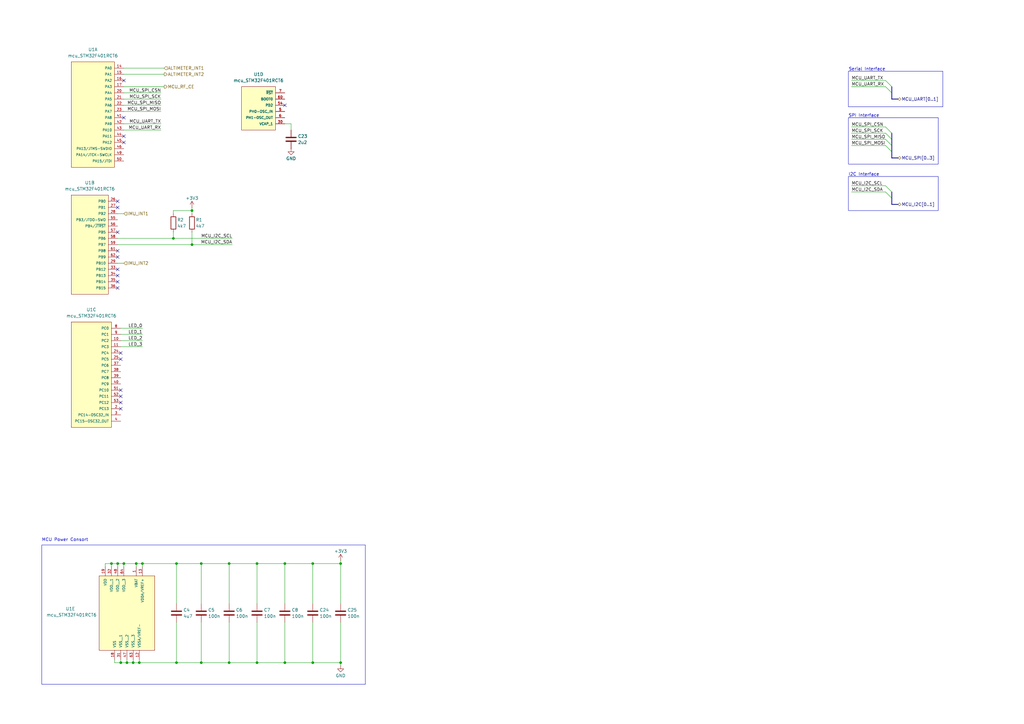
<source format=kicad_sch>
(kicad_sch (version 20250114) (generator "eeschema") (generator_version "9.0")
  (paper "A3")
  (lib_symbols
    (symbol "Device:C" (pin_numbers (hide yes)) (pin_names (offset 0.254))
      (property "Reference" "C" (at 0.635 2.54 0))
      (property "Value" "C" (at 0.635 -2.54 0))
      (symbol "C_0_1"
        (polyline (pts (xy -2.032 0.762) (xy 2.032 0.762)) (stroke (width 0.508)))
        (polyline (pts (xy -2.032 -0.762) (xy 2.032 -0.762)) (stroke (width 0.508)))
      )
      (symbol "C_1_1"
        (pin passive line (at 0 3.81 270) (length 2.794) (name "~") (number "1"))
        (pin passive line (at 0 -3.81 90) (length 2.794) (name "~") (number "2"))
      )
    )
    (symbol "Device:R" (pin_numbers (hide yes)) (pin_names (offset 0))
      (property "Reference" "R" (at 2.032 0 90))
      (property "Value" "R" (at 0 0 90))
      (symbol "R_0_1"
        (rectangle (start -1.016 -2.54) (end 1.016 2.54) (stroke (width 0.254)))
      )
      (symbol "R_1_1"
        (pin passive line (at 0 3.81 270) (length 1.27) (name "~") (number "1"))
        (pin passive line (at 0 -3.81 90) (length 1.27) (name "~") (number "2"))
      )
    )
    (symbol "hagzey_symbols:mcu_STM32F401RCT6" (pin_names (offset 1.016))
      (property "Reference" "U" (at -12.954 54.864 0))
      (property "Value" "mcu_STM32F401RCT6" (at -21.844 52.578 0))
      (symbol "mcu_STM32F401RCT6_1_0"
        (pin bidirectional line (at 1.27 48.26 180) (length 3.81) (name "PA0") (number "14"))
        (pin bidirectional line (at 1.27 45.72 180) (length 3.81) (name "PA1") (number "15"))
        (pin bidirectional line (at 1.27 43.18 180) (length 3.81) (name "PA2") (number "16"))
        (pin bidirectional line (at 1.27 40.64 180) (length 3.81) (name "PA3") (number "17"))
        (pin bidirectional line (at 1.27 38.1 180) (length 3.81) (name "PA4") (number "20"))
        (pin bidirectional line (at 1.27 35.56 180) (length 3.81) (name "PA5") (number "21"))
        (pin bidirectional line (at 1.27 33.02 180) (length 3.81) (name "PA6") (number "22"))
        (pin bidirectional line (at 1.27 30.48 180) (length 3.81) (name "PA7") (number "23"))
        (pin bidirectional line (at 1.27 27.94 180) (length 3.81) (name "PA8") (number "41"))
        (pin bidirectional line (at 1.27 25.4 180) (length 3.81) (name "PA9") (number "42"))
        (pin bidirectional line (at 1.27 22.86 180) (length 3.81) (name "PA10") (number "43"))
        (pin bidirectional line (at 1.27 20.32 180) (length 3.81) (name "PA11") (number "44"))
        (pin bidirectional line (at 1.27 17.78 180) (length 3.81) (name "PA12") (number "45"))
        (pin bidirectional line (at 1.27 15.24 180) (length 3.81) (name "PA13/JTMS-SWDIO") (number "46"))
        (pin bidirectional line (at 1.27 12.7 180) (length 3.81) (name "PA14/JTCK-SWCLK") (number "49"))
        (pin bidirectional line (at 1.27 10.16 180) (length 3.81) (name "PA15/JTDI") (number "50"))
      )
      (symbol "mcu_STM32F401RCT6_1_1"
        (rectangle (start -20.32 50.8) (end -2.54 7.62) (fill (type background)))
      )
      (symbol "mcu_STM32F401RCT6_2_0"
        (pin bidirectional line (at 0 48.26 180) (length 3.81) (name "PB0") (number "26"))
        (pin bidirectional line (at 0 45.72 180) (length 3.81) (name "PB1") (number "27"))
        (pin bidirectional line (at 0 43.18 180) (length 3.81) (name "PB2") (number "28"))
        (pin bidirectional line (at 0 40.64 180) (length 3.81) (name "PB3/JTDO-SWO") (number "55"))
        (pin bidirectional line (at 0 38.1 180) (length 3.81) (name "PB4/~{JTRST}") (number "56"))
        (pin bidirectional line (at 0 35.56 180) (length 3.81) (name "PB5") (number "57"))
        (pin bidirectional line (at 0 33.02 180) (length 3.81) (name "PB6") (number "58"))
        (pin bidirectional line (at 0 30.48 180) (length 3.81) (name "PB7") (number "59"))
        (pin bidirectional line (at 0 27.94 180) (length 3.81) (name "PB8") (number "61"))
        (pin bidirectional line (at 0 25.4 180) (length 3.81) (name "PB9") (number "62"))
        (pin bidirectional line (at 0 22.86 180) (length 3.81) (name "PB10") (number "29"))
        (pin bidirectional line (at 0 20.32 180) (length 3.81) (name "PB12") (number "33"))
        (pin bidirectional line (at 0 17.78 180) (length 3.81) (name "PB13") (number "34"))
        (pin bidirectional line (at 0 15.24 180) (length 3.81) (name "PB14") (number "35"))
        (pin bidirectional line (at 0 12.7 180) (length 3.81) (name "PB15") (number "36"))
      )
      (symbol "mcu_STM32F401RCT6_2_1"
        (rectangle (start -19.05 50.8) (end -3.81 10.16) (fill (type background)))
      )
      (symbol "mcu_STM32F401RCT6_3_0"
        (pin bidirectional line (at 0 48.26 180) (length 3.81) (name "PC0") (number "8"))
        (pin bidirectional line (at 0 45.72 180) (length 3.81) (name "PC1") (number "9"))
        (pin bidirectional line (at 0 43.18 180) (length 3.81) (name "PC2") (number "10"))
        (pin bidirectional line (at 0 40.64 180) (length 3.81) (name "PC3") (number "11"))
        (pin bidirectional line (at 0 38.1 180) (length 3.81) (name "PC4") (number "24"))
        (pin bidirectional line (at 0 35.56 180) (length 3.81) (name "PC5") (number "25"))
        (pin bidirectional line (at 0 33.02 180) (length 3.81) (name "PC6") (number "37"))
        (pin bidirectional line (at 0 30.48 180) (length 3.81) (name "PC7") (number "38"))
        (pin bidirectional line (at 0 27.94 180) (length 3.81) (name "PC8") (number "39"))
        (pin bidirectional line (at 0 25.4 180) (length 3.81) (name "PC9") (number "40"))
        (pin bidirectional line (at 0 22.86 180) (length 3.81) (name "PC10") (number "51"))
        (pin bidirectional line (at 0 20.32 180) (length 3.81) (name "PC11") (number "52"))
        (pin bidirectional line (at 0 17.78 180) (length 3.81) (name "PC12") (number "53"))
        (pin bidirectional line (at 0 15.24 180) (length 3.81) (name "PC13") (number "2"))
        (pin bidirectional line (at 0 12.7 180) (length 3.81) (name "PC14-OSC32_IN") (number "3"))
        (pin bidirectional line (at 0 10.16 180) (length 3.81) (name "PC15-OSC32_OUT") (number "4"))
      )
      (symbol "mcu_STM32F401RCT6_3_1"
        (rectangle (start -20.32 50.8) (end -3.81 7.62) (fill (type background)))
      )
      (symbol "mcu_STM32F401RCT6_4_0"
        (pin bidirectional line (at -1.27 48.26 180) (length 3.81) (name "~{RST}") (number "7"))
        (pin input line (at -1.27 45.72 180) (length 3.81) (name "BOOT0") (number "60"))
        (pin bidirectional line (at -1.27 43.18 180) (length 3.81) (name "PD2") (number "54"))
        (pin bidirectional line (at -1.27 40.64 180) (length 3.81) (name "PH0-OSC_IN") (number "5"))
        (pin bidirectional line (at -1.27 38.1 180) (length 3.81) (name "PH1-OSC_OUT") (number "6"))
        (pin power_in line (at -1.27 35.56 180) (length 3.81) (name "VCAP_1") (number "30"))
      )
      (symbol "mcu_STM32F401RCT6_4_1"
        (rectangle (start -19.05 50.8) (end -5.08 33.02) (fill (type background)))
      )
      (symbol "mcu_STM32F401RCT6_5_0"
        (pin power_in line (at 2.54 54.61 270) (length 3.81) (name "VDD") (number "19"))
        (pin power_in line (at 5.08 54.61 270) (length 3.81) (name "VDD__1") (number "32"))
        (pin power_in line (at 6.35 16.51 90) (length 3.81) (name "VSS") (number "18"))
        (pin power_in line (at 7.62 54.61 270) (length 3.81) (name "VDD__2") (number "48"))
        (pin power_in line (at 8.89 16.51 90) (length 3.81) (name "VSS__1") (number "31"))
        (pin power_in line (at 10.16 54.61 270) (length 3.81) (name "VDD__3") (number "64"))
        (pin power_in line (at 11.43 16.51 90) (length 3.81) (name "VSS__2") (number "47"))
        (pin power_in line (at 13.97 16.51 90) (length 3.81) (name "VSS__3") (number "63"))
        (pin power_in line (at 15.24 54.61 270) (length 3.81) (name "VBAT") (number "1"))
        (pin power_in line (at 16.51 16.51 90) (length 3.81) (name "VSSA/VREF-") (number "12"))
        (pin power_in line (at 17.78 54.61 270) (length 3.81) (name "VDDA/VREF+") (number "13"))
      )
      (symbol "mcu_STM32F401RCT6_5_1"
        (rectangle (start 0 50.8) (end 22.86 20.32) (fill (type background)))
      )
    )
    (symbol "power:+3V3" (power) (pin_numbers (hide yes)) (pin_names (offset 0) (hide yes))
      (property "Value" "+3V3" (at 0 3.556 0))
      (symbol "+3V3_0_1"
        (polyline (pts (xy -0.762 1.27) (xy 0 2.54)))
        (polyline (pts (xy 0 2.54) (xy 0.762 1.27)))
        (polyline (pts (xy 0 0) (xy 0 2.54)))
      )
      (symbol "+3V3_1_1"
        (pin power_in line (at 0 0 90) (length 0) (name "~") (number "1"))
      )
    )
    (symbol "power:GND" (power) (pin_numbers (hide yes)) (pin_names (offset 0) (hide yes))
      (property "Value" "GND" (at 0 -3.81 0))
      (symbol "GND_0_1"
        (polyline (pts (xy 0 0) (xy 0 -1.27) (xy 1.27 -1.27) (xy 0 -2.54) (xy -1.27 -1.27) (xy 0 -1.27)))
      )
      (symbol "GND_1_1"
        (pin power_in line (at 0 0 270) (length 0) (name "~") (number "1"))
      )
    )
  )
  (rectangle (start 347.98 29.21) (end 386.715 43.815))
  (rectangle (start 347.98 72.39) (end 384.81 86.36))
  (rectangle (start 17.145 223.52) (end 149.86 280.67))
  (rectangle (start 347.98 48.26) (end 384.81 67.31))
  (text "Serial Interface" (at 355.6 28.448 0) (effects (font (size 1.27 1.27))))
  (text "MCU Power Consort" (at 26.67 221.488 0) (effects (font (size 1.27 1.27))))
  (text "SPI Interface" (at 354.33 47.498 0) (effects (font (size 1.27 1.27))))
  (text "I2C Interface" (at 354.33 71.628 0) (effects (font (size 1.27 1.27))))
  (junction (at 93.98 231.14))
  (junction (at 78.74 100.33))
  (junction (at 50.8 231.14))
  (junction (at 128.27 231.14))
  (junction (at 58.42 231.14))
  (junction (at 82.55 271.78))
  (junction (at 139.7 231.14))
  (junction (at 116.84 271.78))
  (junction (at 139.7 271.78))
  (junction (at 49.53 271.78))
  (junction (at 45.72 231.14))
  (junction (at 52.07 271.78))
  (junction (at 116.84 231.14))
  (junction (at 105.41 271.78))
  (junction (at 72.39 271.78))
  (junction (at 71.12 97.79))
  (junction (at 54.61 271.78))
  (junction (at 78.74 86.36))
  (junction (at 48.26 231.14))
  (junction (at 82.55 231.14))
  (junction (at 93.98 271.78))
  (junction (at 55.88 231.14))
  (junction (at 105.41 231.14))
  (junction (at 72.39 231.14))
  (junction (at 57.15 271.78))
  (junction (at 128.27 271.78))
  (no_connect (at 48.26 82.55))
  (no_connect (at 48.26 95.25))
  (no_connect (at 48.26 102.87))
  (no_connect (at 49.53 147.32))
  (no_connect (at 48.26 118.11))
  (no_connect (at 48.26 115.57))
  (no_connect (at 116.84 43.18))
  (no_connect (at 48.26 105.41))
  (no_connect (at 50.8 55.88))
  (no_connect (at 49.53 167.64))
  (no_connect (at 50.8 33.02))
  (no_connect (at 50.8 48.26))
  (no_connect (at 49.53 144.78))
  (no_connect (at 48.26 85.09))
  (no_connect (at 49.53 165.1))
  (no_connect (at 50.8 58.42))
  (no_connect (at 49.53 160.02))
  (no_connect (at 49.53 162.56))
  (no_connect (at 48.26 113.03))
  (no_connect (at 48.26 110.49))
  (bus_entry (at 363.22 78.74) (size 2.54 2.54))
  (bus_entry (at 363.22 59.69) (size 2.54 2.54))
  (bus_entry (at 363.22 57.15) (size 2.54 2.54))
  (bus_entry (at 363.22 76.2) (size 2.54 2.54))
  (bus_entry (at 363.22 35.56) (size 2.54 2.54))
  (bus_entry (at 363.22 52.07) (size 2.54 2.54))
  (bus_entry (at 363.22 54.61) (size 2.54 2.54))
  (bus_entry (at 363.22 33.02) (size 2.54 2.54))
  (wire (pts (xy 128.27 231.14) (xy 128.27 247.65)))
  (wire (pts (xy 48.26 231.14) (xy 45.72 231.14)))
  (wire (pts (xy 349.25 35.56) (xy 363.22 35.56)))
  (wire (pts (xy 93.98 231.14) (xy 93.98 247.65)))
  (wire (pts (xy 82.55 255.27) (xy 82.55 271.78)))
  (wire (pts (xy 349.25 76.2) (xy 363.22 76.2)))
  (wire (pts (xy 72.39 271.78) (xy 82.55 271.78)))
  (wire (pts (xy 72.39 255.27) (xy 72.39 271.78)))
  (wire (pts (xy 50.8 30.48) (xy 67.31 30.48)))
  (wire (pts (xy 50.8 43.18) (xy 66.04 43.18)))
  (wire (pts (xy 116.84 271.78) (xy 128.27 271.78)))
  (bus (pts (xy 365.76 57.15) (xy 365.76 59.69)))
  (wire (pts (xy 46.99 271.78) (xy 49.53 271.78)))
  (wire (pts (xy 116.84 231.14) (xy 116.84 247.65)))
  (wire (pts (xy 48.26 107.95) (xy 50.8 107.95)))
  (wire (pts (xy 128.27 255.27) (xy 128.27 271.78)))
  (wire (pts (xy 58.42 231.14) (xy 58.42 232.41)))
  (wire (pts (xy 139.7 231.14) (xy 139.7 247.65)))
  (wire (pts (xy 58.42 231.14) (xy 55.88 231.14)))
  (wire (pts (xy 48.26 100.33) (xy 78.74 100.33)))
  (wire (pts (xy 93.98 271.78) (xy 105.41 271.78)))
  (wire (pts (xy 48.26 97.79) (xy 71.12 97.79)))
  (wire (pts (xy 49.53 137.16) (xy 58.42 137.16)))
  (wire (pts (xy 139.7 229.87) (xy 139.7 231.14)))
  (wire (pts (xy 105.41 255.27) (xy 105.41 271.78)))
  (wire (pts (xy 52.07 271.78) (xy 54.61 271.78)))
  (wire (pts (xy 93.98 255.27) (xy 93.98 271.78)))
  (wire (pts (xy 116.84 255.27) (xy 116.84 271.78)))
  (wire (pts (xy 50.8 35.56) (xy 67.31 35.56)))
  (wire (pts (xy 78.74 86.36) (xy 78.74 87.63)))
  (wire (pts (xy 50.8 27.94) (xy 67.31 27.94)))
  (wire (pts (xy 50.8 38.1) (xy 66.04 38.1)))
  (wire (pts (xy 116.84 50.8) (xy 119.38 50.8)))
  (wire (pts (xy 43.18 231.14) (xy 43.18 232.41)))
  (wire (pts (xy 71.12 86.36) (xy 78.74 86.36)))
  (wire (pts (xy 82.55 231.14) (xy 93.98 231.14)))
  (bus (pts (xy 365.76 81.28) (xy 365.76 83.82)))
  (bus (pts (xy 365.76 64.77) (xy 368.3 64.77)))
  (wire (pts (xy 48.26 231.14) (xy 48.26 232.41)))
  (wire (pts (xy 48.26 87.63) (xy 50.8 87.63)))
  (bus (pts (xy 365.76 59.69) (xy 365.76 62.23)))
  (wire (pts (xy 50.8 45.72) (xy 66.04 45.72)))
  (wire (pts (xy 128.27 271.78) (xy 139.7 271.78)))
  (wire (pts (xy 57.15 270.51) (xy 57.15 271.78)))
  (bus (pts (xy 365.76 40.64) (xy 368.3 40.64)))
  (wire (pts (xy 54.61 270.51) (xy 54.61 271.78)))
  (wire (pts (xy 71.12 97.79) (xy 71.12 95.25)))
  (bus (pts (xy 365.76 38.1) (xy 365.76 40.64)))
  (wire (pts (xy 82.55 271.78) (xy 93.98 271.78)))
  (wire (pts (xy 49.53 271.78) (xy 52.07 271.78)))
  (wire (pts (xy 78.74 100.33) (xy 95.25 100.33)))
  (wire (pts (xy 139.7 271.78) (xy 139.7 273.05)))
  (wire (pts (xy 71.12 87.63) (xy 71.12 86.36)))
  (wire (pts (xy 72.39 231.14) (xy 72.39 247.65)))
  (bus (pts (xy 365.76 54.61) (xy 365.76 57.15)))
  (wire (pts (xy 78.74 100.33) (xy 78.74 95.25)))
  (wire (pts (xy 72.39 231.14) (xy 82.55 231.14)))
  (wire (pts (xy 49.53 134.62) (xy 58.42 134.62)))
  (wire (pts (xy 139.7 255.27) (xy 139.7 271.78)))
  (wire (pts (xy 49.53 139.7) (xy 58.42 139.7)))
  (wire (pts (xy 139.7 231.14) (xy 128.27 231.14)))
  (wire (pts (xy 349.25 33.02) (xy 363.22 33.02)))
  (wire (pts (xy 50.8 53.34) (xy 66.04 53.34)))
  (wire (pts (xy 105.41 231.14) (xy 105.41 247.65)))
  (wire (pts (xy 49.53 270.51) (xy 49.53 271.78)))
  (wire (pts (xy 45.72 231.14) (xy 45.72 232.41)))
  (wire (pts (xy 50.8 50.8) (xy 66.04 50.8)))
  (wire (pts (xy 349.25 52.07) (xy 363.22 52.07)))
  (wire (pts (xy 93.98 231.14) (xy 105.41 231.14)))
  (wire (pts (xy 55.88 231.14) (xy 55.88 232.41)))
  (bus (pts (xy 365.76 83.82) (xy 368.3 83.82)))
  (wire (pts (xy 71.12 97.79) (xy 95.25 97.79)))
  (wire (pts (xy 349.25 59.69) (xy 363.22 59.69)))
  (wire (pts (xy 349.25 78.74) (xy 363.22 78.74)))
  (wire (pts (xy 78.74 85.09) (xy 78.74 86.36)))
  (wire (pts (xy 50.8 40.64) (xy 66.04 40.64)))
  (wire (pts (xy 128.27 231.14) (xy 116.84 231.14)))
  (wire (pts (xy 50.8 231.14) (xy 48.26 231.14)))
  (wire (pts (xy 349.25 54.61) (xy 363.22 54.61)))
  (wire (pts (xy 349.25 57.15) (xy 363.22 57.15)))
  (wire (pts (xy 54.61 271.78) (xy 57.15 271.78)))
  (wire (pts (xy 49.53 142.24) (xy 58.42 142.24)))
  (wire (pts (xy 52.07 270.51) (xy 52.07 271.78)))
  (bus (pts (xy 365.76 78.74) (xy 365.76 81.28)))
  (wire (pts (xy 105.41 271.78) (xy 116.84 271.78)))
  (wire (pts (xy 46.99 270.51) (xy 46.99 271.78)))
  (wire (pts (xy 72.39 231.14) (xy 58.42 231.14)))
  (bus (pts (xy 365.76 62.23) (xy 365.76 64.77)))
  (wire (pts (xy 119.38 50.8) (xy 119.38 53.34)))
  (wire (pts (xy 50.8 231.14) (xy 50.8 232.41)))
  (wire (pts (xy 45.72 231.14) (xy 43.18 231.14)))
  (wire (pts (xy 57.15 271.78) (xy 72.39 271.78)))
  (wire (pts (xy 105.41 231.14) (xy 116.84 231.14)))
  (wire (pts (xy 55.88 231.14) (xy 50.8 231.14)))
  (wire (pts (xy 82.55 231.14) (xy 82.55 247.65)))
  (bus (pts (xy 365.76 35.56) (xy 365.76 38.1)))
  (label "MCU_I2C_SCL" (at 349.25 76.2 0))
  (label "MCU_SPI_MISO" (at 66.04 43.18 180))
  (label "MCU_UART_RX" (at 349.25 35.56 0))
  (label "MCU_I2C_SDA" (at 349.25 78.74 0))
  (label "MCU_UART_RX" (at 66.04 53.34 180))
  (label "LED_2" (at 58.42 139.7 180))
  (label "MCU_SPI_MOSI" (at 349.25 59.69 0))
  (label "LED_0" (at 58.42 134.62 180))
  (label "LED_1" (at 58.42 137.16 180))
  (label "LED_3" (at 58.42 142.24 180))
  (label "MCU_SPI_CSN" (at 349.25 52.07 0))
  (label "MCU_I2C_SDA" (at 95.25 100.33 180))
  (label "MCU_SPI_MISO" (at 349.25 57.15 0))
  (label "MCU_SPI_SCK" (at 66.04 40.64 180))
  (label "MCU_SPI_MOSI" (at 66.04 45.72 180))
  (label "MCU_I2C_SCL" (at 95.25 97.79 180))
  (label "MCU_UART_TX" (at 66.04 50.8 180))
  (label "MCU_SPI_CSN" (at 66.04 38.1 180))
  (label "MCU_SPI_SCK" (at 349.25 54.61 0))
  (label "MCU_UART_TX" (at 349.25 33.02 0))
  (hierarchical_label "MCU_RF_CE" (shape output) (at 67.31 35.56 0))
  (hierarchical_label "ALTIMETER_INT2" (shape output) (at 67.31 30.48 0))
  (hierarchical_label "IMU_INT2" (shape input) (at 50.8 107.95 0))
  (hierarchical_label "IMU_INT1" (shape input) (at 50.8 87.63 0))
  (hierarchical_label "MCU_UART[0..1]" (shape bidirectional) (at 368.3 40.64 0))
  (hierarchical_label "MCU_SPI[0..3]" (shape bidirectional) (at 368.3 64.77 0))
  (hierarchical_label "MCU_I2C[0..1]" (shape bidirectional) (at 368.3 83.82 0))
  (hierarchical_label "ALTIMETER_INT1" (shape input) (at 67.31 27.94 0))
  (symbol (lib_id "Device:C") (at 116.84 251.46 0) (unit 1)
    (property "Reference" "C8" (at 119.634 250.19 0) (effects (justify left)))
    (property "Value" "100n" (at 119.634 252.73 0) (effects (justify left)))
    (property "Footprint" "Capacitor_SMD:C_0603_1608Metric" (effects (hide yes)))
    (property "Description" "Unpolarized capacitor" (effects (hide yes)))
  )
  (symbol (lib_id "Device:C") (at 128.27 251.46 0) (unit 1)
    (property "Reference" "C24" (at 131.064 250.19 0) (effects (justify left)))
    (property "Value" "100n" (at 131.064 252.73 0) (effects (justify left)))
    (property "Footprint" "Capacitor_SMD:C_0603_1608Metric" (effects (hide yes)))
    (property "Description" "Unpolarized capacitor" (effects (hide yes)))
  )
  (symbol (lib_id "power:+3V3") (at 139.7 229.87 0) (unit 1)
    (property "Reference" "#PWR02" (effects (hide yes)))
    (property "Value" "+3V3" (at 139.7 226.06 0))
    (property "Description" "Power symbol creates a global label with name \"+3V3\"" (effects (hide yes)))
  )
  (symbol (lib_id "Device:C") (at 119.38 57.15 0) (unit 1)
    (property "Reference" "C23" (at 122.174 55.88 0) (effects (justify left)))
    (property "Value" "2u2" (at 122.174 58.42 0) (effects (justify left)))
    (property "Footprint" "Capacitor_SMD:C_0603_1608Metric" (effects (hide yes)))
    (property "Description" "Unpolarized capacitor" (effects (hide yes)))
  )
  (symbol (lib_id "Device:C") (at 72.39 251.46 0) (unit 1)
    (property "Reference" "C4" (at 75.184 250.19 0) (effects (justify left)))
    (property "Value" "4u7" (at 75.184 252.73 0) (effects (justify left)))
    (property "Footprint" "Capacitor_SMD:C_0603_1608Metric" (effects (hide yes)))
    (property "Description" "Unpolarized capacitor" (effects (hide yes)))
  )
  (symbol (lib_id "Device:R") (at 71.12 91.44 0) (unit 1)
    (property "Reference" "R2" (at 72.644 90.17 0) (effects (justify left)))
    (property "Value" "4k7" (at 72.644 92.71 0) (effects (justify left)))
    (property "Footprint" "Resistor_SMD:R_0603_1608Metric" (effects (hide yes)))
    (property "Description" "Resistor" (effects (hide yes)))
  )
  (symbol (lib_id "Device:C") (at 82.55 251.46 0) (unit 1)
    (property "Reference" "C5" (at 85.344 250.19 0) (effects (justify left)))
    (property "Value" "100n" (at 85.344 252.73 0) (effects (justify left)))
    (property "Footprint" "Capacitor_SMD:C_0603_1608Metric" (effects (hide yes)))
    (property "Description" "Unpolarized capacitor" (effects (hide yes)))
  )
  (symbol (lib_id "Device:R") (at 78.74 91.44 0) (unit 1)
    (property "Reference" "R1" (at 80.264 90.17 0) (effects (justify left)))
    (property "Value" "4k7" (at 80.264 92.71 0) (effects (justify left)))
    (property "Footprint" "Resistor_SMD:R_0603_1608Metric" (effects (hide yes)))
    (property "Description" "Resistor" (effects (hide yes)))
  )
  (symbol (lib_id "Device:C") (at 105.41 251.46 0) (unit 1)
    (property "Reference" "C7" (at 108.204 250.19 0) (effects (justify left)))
    (property "Value" "100n" (at 108.204 252.73 0) (effects (justify left)))
    (property "Footprint" "Capacitor_SMD:C_0603_1608Metric" (effects (hide yes)))
    (property "Description" "Unpolarized capacitor" (effects (hide yes)))
  )
  (symbol (lib_id "Device:C") (at 93.98 251.46 0) (unit 1)
    (property "Reference" "C6" (at 96.774 250.19 0) (effects (justify left)))
    (property "Value" "100n" (at 96.774 252.73 0) (effects (justify left)))
    (property "Footprint" "Capacitor_SMD:C_0603_1608Metric" (effects (hide yes)))
    (property "Description" "Unpolarized capacitor" (effects (hide yes)))
  )
  (symbol (lib_id "hagzey_symbols:mcu_STM32F401RCT6") (at 49.53 76.2 0) (unit 1)
    (property "Reference" "U1" (at 38.1 20.32 0))
    (property "Value" "mcu_STM32F401RCT6" (at 38.1 22.86 0))
    (property "Footprint" "hagzey_footprints:mcu_STM32F401RCT6" (effects (hide yes)))
    (property "Datasheet" "kicad-embed://mcu_STM32F401RCT6.pdf" (effects (hide yes)))
    (property "PARTREV" "11" (effects (hide yes)))
    (property "STANDARD" "IPC-7351B" (effects (hide yes)))
    (property "MAXIMUM_PACKAGE_HEIGHT" "1.6mm" (effects (hide yes)))
    (property "MANUFACTURER" "STMicroelectronics" (effects (hide yes)))
  )
  (symbol (lib_id "hagzey_symbols:mcu_STM32F401RCT6") (at 118.11 86.36 0) (unit 4)
    (property "Reference" "U1" (at 106.045 30.48 0))
    (property "Value" "mcu_STM32F401RCT6" (at 106.045 33.02 0))
    (property "Footprint" "hagzey_footprints:mcu_STM32F401RCT6" (effects (hide yes)))
    (property "Datasheet" "kicad-embed://mcu_STM32F401RCT6.pdf" (effects (hide yes)))
    (property "PARTREV" "11" (effects (hide yes)))
    (property "STANDARD" "IPC-7351B" (effects (hide yes)))
    (property "MAXIMUM_PACKAGE_HEIGHT" "1.6mm" (effects (hide yes)))
    (property "MANUFACTURER" "STMicroelectronics" (effects (hide yes)))
  )
  (symbol (lib_id "hagzey_symbols:mcu_STM32F401RCT6") (at 49.53 182.88 0) (unit 3)
    (property "Reference" "U1" (at 37.465 127 0))
    (property "Value" "mcu_STM32F401RCT6" (at 37.465 129.54 0))
    (property "Footprint" "hagzey_footprints:mcu_STM32F401RCT6" (effects (hide yes)))
    (property "Datasheet" "kicad-embed://mcu_STM32F401RCT6.pdf" (effects (hide yes)))
    (property "PARTREV" "11" (effects (hide yes)))
    (property "STANDARD" "IPC-7351B" (effects (hide yes)))
    (property "MAXIMUM_PACKAGE_HEIGHT" "1.6mm" (effects (hide yes)))
    (property "MANUFACTURER" "STMicroelectronics" (effects (hide yes)))
  )
  (symbol (lib_id "hagzey_symbols:mcu_STM32F401RCT6") (at 48.26 130.81 0) (unit 2)
    (property "Reference" "U1" (at 36.83 74.93 0))
    (property "Value" "mcu_STM32F401RCT6" (at 36.83 77.47 0))
    (property "Footprint" "hagzey_footprints:mcu_STM32F401RCT6" (effects (hide yes)))
    (property "Datasheet" "kicad-embed://mcu_STM32F401RCT6.pdf" (effects (hide yes)))
    (property "PARTREV" "11" (effects (hide yes)))
    (property "STANDARD" "IPC-7351B" (effects (hide yes)))
    (property "MAXIMUM_PACKAGE_HEIGHT" "1.6mm" (effects (hide yes)))
    (property "MANUFACTURER" "STMicroelectronics" (effects (hide yes)))
  )
  (symbol (lib_id "hagzey_symbols:mcu_STM32F401RCT6") (at 40.64 287.02 0) (unit 5)
    (property "Reference" "U1" (at 26.924 249.682 0) (effects (justify left)))
    (property "Value" "mcu_STM32F401RCT6" (at 19.05 252.222 0) (effects (justify left)))
    (property "Footprint" "hagzey_footprints:mcu_STM32F401RCT6" (effects (hide yes)))
    (property "Datasheet" "kicad-embed://mcu_STM32F401RCT6.pdf" (effects (hide yes)))
    (property "PARTREV" "11" (effects (hide yes)))
    (property "STANDARD" "IPC-7351B" (effects (hide yes)))
    (property "MAXIMUM_PACKAGE_HEIGHT" "1.6mm" (effects (hide yes)))
    (property "MANUFACTURER" "STMicroelectronics" (effects (hide yes)))
  )
  (symbol (lib_id "Device:C") (at 139.7 251.46 0) (unit 1)
    (property "Reference" "C25" (at 142.494 250.19 0) (effects (justify left)))
    (property "Value" "100n" (at 142.494 252.73 0) (effects (justify left)))
    (property "Footprint" "Capacitor_SMD:C_0603_1608Metric" (effects (hide yes)))
    (property "Description" "Unpolarized capacitor" (effects (hide yes)))
  )
  (symbol (lib_id "power:GND") (at 119.38 60.96 0) (unit 1)
    (property "Reference" "#PWR01" (effects (hide yes)))
    (property "Value" "GND" (at 119.38 65.024 0))
    (property "Description" "Power symbol creates a global label with name \"GND\" , ground" (effects (hide yes)))
  )
  (symbol (lib_id "power:GND") (at 139.7 273.05 0) (unit 1)
    (property "Reference" "#PWR046" (effects (hide yes)))
    (property "Value" "GND" (at 139.7 277.114 0))
    (property "Description" "Power symbol creates a global label with name \"GND\" , ground" (effects (hide yes)))
  )
  (symbol (lib_id "power:+3V3") (at 78.74 85.09 0) (unit 1)
    (property "Reference" "#PWR011" (effects (hide yes)))
    (property "Value" "+3V3" (at 78.74 81.28 0))
    (property "Description" "Power symbol creates a global label with name \"+3V3\"" (effects (hide yes)))
  )
)
</source>
